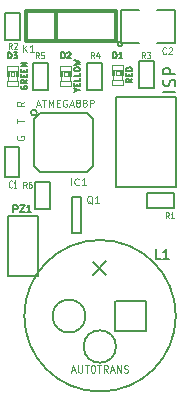
<source format=gto>
G04 (created by PCBNEW (2013-07-24 BZR 4024)-stable) date Sat 29 Nov 2014 11:35:43 AM NZDT*
%MOIN*%
G04 Gerber Fmt 3.4, Leading zero omitted, Abs format*
%FSLAX34Y34*%
G01*
G70*
G90*
G04 APERTURE LIST*
%ADD10C,0.00590551*%
%ADD11C,0.005*%
%ADD12C,0.00787402*%
%ADD13C,0.008*%
%ADD14C,0.0026*%
%ADD15C,0.004*%
%ADD16C,0.012*%
%ADD17C,0.006*%
%ADD18C,0.00393701*%
%ADD19C,0.0043*%
%ADD20C,0.0039*%
%ADD21C,0.0045*%
G04 APERTURE END LIST*
G54D10*
X26531Y-26047D02*
X26964Y-26480D01*
X26531Y-26480D02*
X26976Y-26035D01*
X26280Y-27858D02*
G75*
G03X26280Y-27858I-548J0D01*
G74*
G01*
X27298Y-28874D02*
G75*
G03X27298Y-28874I-539J0D01*
G74*
G01*
X27271Y-28358D02*
X27271Y-27362D01*
X28295Y-28358D02*
X27271Y-28358D01*
X28295Y-27354D02*
X28295Y-28358D01*
X27287Y-27354D02*
X28295Y-27354D01*
X29292Y-27850D02*
G75*
G03X29292Y-27850I-2525J0D01*
G74*
G01*
X27515Y-18795D02*
G75*
G03X27515Y-18795I-78J0D01*
G74*
G01*
G54D11*
X28081Y-17654D02*
X27481Y-17654D01*
X27481Y-17654D02*
X27481Y-18754D01*
X27481Y-18754D02*
X28081Y-18754D01*
X28681Y-18754D02*
X29281Y-18754D01*
X29281Y-18754D02*
X29281Y-17654D01*
X29281Y-17654D02*
X28681Y-17654D01*
G54D12*
X24661Y-21078D02*
G75*
G03X24661Y-21078I-98J0D01*
G74*
G01*
X24759Y-21078D02*
X26334Y-21078D01*
X26334Y-21078D02*
X26531Y-21275D01*
X26531Y-21275D02*
X26531Y-22850D01*
X26531Y-22850D02*
X26334Y-23047D01*
X26334Y-23047D02*
X24759Y-23047D01*
X24759Y-23047D02*
X24562Y-22850D01*
X24562Y-22850D02*
X24562Y-21275D01*
X24562Y-21275D02*
X24759Y-21078D01*
G54D13*
X29303Y-20562D02*
X29303Y-23562D01*
X27303Y-23562D02*
X27303Y-20562D01*
X27303Y-20562D02*
X29303Y-20562D01*
X29303Y-23562D02*
X27303Y-23562D01*
G54D11*
X24074Y-23228D02*
X24074Y-22224D01*
X23602Y-22204D02*
X23602Y-23228D01*
X23602Y-23228D02*
X24074Y-23228D01*
X23606Y-22215D02*
X24066Y-22215D01*
X24588Y-24284D02*
X24588Y-23384D01*
X24588Y-23384D02*
X25088Y-23384D01*
X25088Y-23384D02*
X25088Y-24284D01*
X25088Y-24284D02*
X24588Y-24284D01*
X28345Y-23761D02*
X29245Y-23761D01*
X29245Y-23761D02*
X29245Y-24261D01*
X29245Y-24261D02*
X28345Y-24261D01*
X28345Y-24261D02*
X28345Y-23761D01*
X25049Y-19408D02*
X25049Y-20308D01*
X25049Y-20308D02*
X24549Y-20308D01*
X24549Y-20308D02*
X24549Y-19408D01*
X24549Y-19408D02*
X25049Y-19408D01*
X26820Y-19408D02*
X26820Y-20308D01*
X26820Y-20308D02*
X26320Y-20308D01*
X26320Y-20308D02*
X26320Y-19408D01*
X26320Y-19408D02*
X26820Y-19408D01*
X28553Y-19368D02*
X28553Y-20268D01*
X28553Y-20268D02*
X28053Y-20268D01*
X28053Y-20268D02*
X28053Y-19368D01*
X28053Y-19368D02*
X28553Y-19368D01*
X25830Y-25103D02*
X25830Y-23903D01*
X25830Y-23903D02*
X26130Y-23903D01*
X26130Y-23903D02*
X26130Y-25103D01*
X26130Y-25103D02*
X25830Y-25103D01*
G54D14*
X27181Y-19641D02*
X27535Y-19641D01*
X27535Y-19641D02*
X27535Y-19484D01*
X27181Y-19484D02*
X27535Y-19484D01*
X27181Y-19641D02*
X27181Y-19484D01*
X27181Y-20152D02*
X27535Y-20152D01*
X27535Y-20152D02*
X27535Y-19995D01*
X27181Y-19995D02*
X27535Y-19995D01*
X27181Y-20152D02*
X27181Y-19995D01*
X27181Y-19818D02*
X27240Y-19818D01*
X27240Y-19818D02*
X27240Y-19700D01*
X27181Y-19700D02*
X27240Y-19700D01*
X27181Y-19818D02*
X27181Y-19700D01*
X27476Y-19818D02*
X27535Y-19818D01*
X27535Y-19818D02*
X27535Y-19700D01*
X27476Y-19700D02*
X27535Y-19700D01*
X27476Y-19818D02*
X27476Y-19700D01*
X27299Y-19818D02*
X27417Y-19818D01*
X27417Y-19818D02*
X27417Y-19700D01*
X27299Y-19700D02*
X27417Y-19700D01*
X27299Y-19818D02*
X27299Y-19700D01*
G54D15*
X27201Y-19641D02*
X27201Y-19995D01*
X27515Y-19641D02*
X27515Y-19995D01*
G54D14*
X25448Y-19681D02*
X25802Y-19681D01*
X25802Y-19681D02*
X25802Y-19524D01*
X25448Y-19524D02*
X25802Y-19524D01*
X25448Y-19681D02*
X25448Y-19524D01*
X25448Y-20192D02*
X25802Y-20192D01*
X25802Y-20192D02*
X25802Y-20035D01*
X25448Y-20035D02*
X25802Y-20035D01*
X25448Y-20192D02*
X25448Y-20035D01*
X25448Y-19858D02*
X25507Y-19858D01*
X25507Y-19858D02*
X25507Y-19740D01*
X25448Y-19740D02*
X25507Y-19740D01*
X25448Y-19858D02*
X25448Y-19740D01*
X25743Y-19858D02*
X25802Y-19858D01*
X25802Y-19858D02*
X25802Y-19740D01*
X25743Y-19740D02*
X25802Y-19740D01*
X25743Y-19858D02*
X25743Y-19740D01*
X25566Y-19858D02*
X25684Y-19858D01*
X25684Y-19858D02*
X25684Y-19740D01*
X25566Y-19740D02*
X25684Y-19740D01*
X25566Y-19858D02*
X25566Y-19740D01*
G54D15*
X25468Y-19681D02*
X25468Y-20035D01*
X25782Y-19681D02*
X25782Y-20035D01*
G54D14*
X23677Y-19681D02*
X24031Y-19681D01*
X24031Y-19681D02*
X24031Y-19524D01*
X23677Y-19524D02*
X24031Y-19524D01*
X23677Y-19681D02*
X23677Y-19524D01*
X23677Y-20192D02*
X24031Y-20192D01*
X24031Y-20192D02*
X24031Y-20035D01*
X23677Y-20035D02*
X24031Y-20035D01*
X23677Y-20192D02*
X23677Y-20035D01*
X23677Y-19858D02*
X23736Y-19858D01*
X23736Y-19858D02*
X23736Y-19740D01*
X23677Y-19740D02*
X23736Y-19740D01*
X23677Y-19858D02*
X23677Y-19740D01*
X23972Y-19858D02*
X24031Y-19858D01*
X24031Y-19858D02*
X24031Y-19740D01*
X23972Y-19740D02*
X24031Y-19740D01*
X23972Y-19858D02*
X23972Y-19740D01*
X23795Y-19858D02*
X23913Y-19858D01*
X23913Y-19858D02*
X23913Y-19740D01*
X23795Y-19740D02*
X23913Y-19740D01*
X23795Y-19858D02*
X23795Y-19740D01*
G54D15*
X23697Y-19681D02*
X23697Y-20035D01*
X24011Y-19681D02*
X24011Y-20035D01*
G54D11*
X23604Y-18654D02*
X23604Y-17754D01*
X23604Y-17754D02*
X24104Y-17754D01*
X24104Y-17754D02*
X24104Y-18654D01*
X24104Y-18654D02*
X23604Y-18654D01*
G54D16*
X24283Y-18704D02*
X24283Y-17704D01*
X24283Y-17704D02*
X27283Y-17704D01*
X27283Y-17704D02*
X27283Y-18704D01*
X27283Y-18704D02*
X24283Y-18704D01*
X25283Y-17704D02*
X25283Y-18704D01*
G54D17*
X24708Y-26527D02*
X23708Y-26527D01*
X23708Y-26527D02*
X23708Y-24527D01*
X23708Y-24527D02*
X24708Y-24527D01*
X24708Y-24527D02*
X24708Y-26527D01*
G54D18*
X24004Y-21864D02*
X23993Y-21886D01*
X23993Y-21920D01*
X24004Y-21954D01*
X24026Y-21976D01*
X24049Y-21988D01*
X24094Y-21999D01*
X24128Y-21999D01*
X24173Y-21988D01*
X24195Y-21976D01*
X24218Y-21954D01*
X24229Y-21920D01*
X24229Y-21898D01*
X24218Y-21864D01*
X24206Y-21853D01*
X24128Y-21853D01*
X24128Y-21898D01*
X23993Y-21425D02*
X23993Y-21290D01*
X24229Y-21358D02*
X23993Y-21358D01*
X24229Y-20717D02*
X24116Y-20795D01*
X24229Y-20852D02*
X23993Y-20852D01*
X23993Y-20762D01*
X24004Y-20739D01*
X24015Y-20728D01*
X24038Y-20717D01*
X24071Y-20717D01*
X24094Y-20728D01*
X24105Y-20739D01*
X24116Y-20762D01*
X24116Y-20852D01*
G54D10*
X28786Y-25954D02*
X28636Y-25954D01*
X28636Y-25639D01*
X29056Y-25954D02*
X28876Y-25954D01*
X28966Y-25954D02*
X28966Y-25639D01*
X28936Y-25684D01*
X28906Y-25714D01*
X28876Y-25729D01*
G54D18*
X25824Y-29673D02*
X25937Y-29673D01*
X25802Y-29741D02*
X25880Y-29505D01*
X25959Y-29741D01*
X26038Y-29505D02*
X26038Y-29696D01*
X26049Y-29718D01*
X26060Y-29730D01*
X26083Y-29741D01*
X26128Y-29741D01*
X26150Y-29730D01*
X26161Y-29718D01*
X26173Y-29696D01*
X26173Y-29505D01*
X26251Y-29505D02*
X26386Y-29505D01*
X26319Y-29741D02*
X26319Y-29505D01*
X26510Y-29505D02*
X26555Y-29505D01*
X26578Y-29516D01*
X26600Y-29538D01*
X26611Y-29583D01*
X26611Y-29662D01*
X26600Y-29707D01*
X26578Y-29730D01*
X26555Y-29741D01*
X26510Y-29741D01*
X26488Y-29730D01*
X26465Y-29707D01*
X26454Y-29662D01*
X26454Y-29583D01*
X26465Y-29538D01*
X26488Y-29516D01*
X26510Y-29505D01*
X26679Y-29505D02*
X26814Y-29505D01*
X26746Y-29741D02*
X26746Y-29505D01*
X27028Y-29741D02*
X26949Y-29628D01*
X26893Y-29741D02*
X26893Y-29505D01*
X26983Y-29505D01*
X27005Y-29516D01*
X27016Y-29527D01*
X27028Y-29550D01*
X27028Y-29583D01*
X27016Y-29606D01*
X27005Y-29617D01*
X26983Y-29628D01*
X26893Y-29628D01*
X27118Y-29673D02*
X27230Y-29673D01*
X27095Y-29741D02*
X27174Y-29505D01*
X27253Y-29741D01*
X27331Y-29741D02*
X27331Y-29505D01*
X27466Y-29741D01*
X27466Y-29505D01*
X27568Y-29730D02*
X27601Y-29741D01*
X27658Y-29741D01*
X27680Y-29730D01*
X27691Y-29718D01*
X27703Y-29696D01*
X27703Y-29673D01*
X27691Y-29651D01*
X27680Y-29640D01*
X27658Y-29628D01*
X27613Y-29617D01*
X27590Y-29606D01*
X27579Y-29595D01*
X27568Y-29572D01*
X27568Y-29550D01*
X27579Y-29527D01*
X27590Y-29516D01*
X27613Y-29505D01*
X27669Y-29505D01*
X27703Y-29516D01*
G54D19*
X28975Y-19098D02*
X28965Y-19108D01*
X28934Y-19119D01*
X28913Y-19119D01*
X28882Y-19108D01*
X28861Y-19088D01*
X28851Y-19067D01*
X28841Y-19026D01*
X28841Y-18995D01*
X28851Y-18953D01*
X28861Y-18933D01*
X28882Y-18912D01*
X28913Y-18902D01*
X28934Y-18902D01*
X28965Y-18912D01*
X28975Y-18922D01*
X29058Y-18922D02*
X29068Y-18912D01*
X29089Y-18902D01*
X29140Y-18902D01*
X29161Y-18912D01*
X29171Y-18922D01*
X29182Y-18943D01*
X29182Y-18964D01*
X29171Y-18995D01*
X29047Y-19119D01*
X29182Y-19119D01*
G54D18*
X25812Y-23501D02*
X25812Y-23264D01*
X26060Y-23478D02*
X26048Y-23489D01*
X26015Y-23501D01*
X25992Y-23501D01*
X25958Y-23489D01*
X25936Y-23467D01*
X25925Y-23444D01*
X25913Y-23399D01*
X25913Y-23366D01*
X25925Y-23321D01*
X25936Y-23298D01*
X25958Y-23276D01*
X25992Y-23264D01*
X26015Y-23264D01*
X26048Y-23276D01*
X26060Y-23287D01*
X26285Y-23501D02*
X26150Y-23501D01*
X26217Y-23501D02*
X26217Y-23264D01*
X26195Y-23298D01*
X26172Y-23321D01*
X26150Y-23332D01*
X24659Y-20815D02*
X24772Y-20815D01*
X24637Y-20883D02*
X24715Y-20646D01*
X24794Y-20883D01*
X24839Y-20646D02*
X24974Y-20646D01*
X24907Y-20883D02*
X24907Y-20646D01*
X25053Y-20883D02*
X25053Y-20646D01*
X25132Y-20815D01*
X25210Y-20646D01*
X25210Y-20883D01*
X25323Y-20759D02*
X25402Y-20759D01*
X25435Y-20883D02*
X25323Y-20883D01*
X25323Y-20646D01*
X25435Y-20646D01*
X25660Y-20658D02*
X25638Y-20646D01*
X25604Y-20646D01*
X25570Y-20658D01*
X25548Y-20680D01*
X25537Y-20703D01*
X25525Y-20748D01*
X25525Y-20781D01*
X25537Y-20826D01*
X25548Y-20849D01*
X25570Y-20871D01*
X25604Y-20883D01*
X25627Y-20883D01*
X25660Y-20871D01*
X25672Y-20860D01*
X25672Y-20781D01*
X25627Y-20781D01*
X25762Y-20815D02*
X25874Y-20815D01*
X25739Y-20883D02*
X25818Y-20646D01*
X25897Y-20883D01*
X26009Y-20748D02*
X25987Y-20736D01*
X25975Y-20725D01*
X25964Y-20703D01*
X25964Y-20691D01*
X25975Y-20669D01*
X25987Y-20658D01*
X26009Y-20646D01*
X26054Y-20646D01*
X26077Y-20658D01*
X26088Y-20669D01*
X26099Y-20691D01*
X26099Y-20703D01*
X26088Y-20725D01*
X26077Y-20736D01*
X26054Y-20748D01*
X26009Y-20748D01*
X25987Y-20759D01*
X25975Y-20770D01*
X25964Y-20793D01*
X25964Y-20838D01*
X25975Y-20860D01*
X25987Y-20871D01*
X26009Y-20883D01*
X26054Y-20883D01*
X26077Y-20871D01*
X26088Y-20860D01*
X26099Y-20838D01*
X26099Y-20793D01*
X26088Y-20770D01*
X26077Y-20759D01*
X26054Y-20748D01*
X26234Y-20748D02*
X26212Y-20736D01*
X26200Y-20725D01*
X26189Y-20703D01*
X26189Y-20691D01*
X26200Y-20669D01*
X26212Y-20658D01*
X26234Y-20646D01*
X26279Y-20646D01*
X26302Y-20658D01*
X26313Y-20669D01*
X26324Y-20691D01*
X26324Y-20703D01*
X26313Y-20725D01*
X26302Y-20736D01*
X26279Y-20748D01*
X26234Y-20748D01*
X26212Y-20759D01*
X26200Y-20770D01*
X26189Y-20793D01*
X26189Y-20838D01*
X26200Y-20860D01*
X26212Y-20871D01*
X26234Y-20883D01*
X26279Y-20883D01*
X26302Y-20871D01*
X26313Y-20860D01*
X26324Y-20838D01*
X26324Y-20793D01*
X26313Y-20770D01*
X26302Y-20759D01*
X26279Y-20748D01*
X26425Y-20883D02*
X26425Y-20646D01*
X26515Y-20646D01*
X26538Y-20658D01*
X26549Y-20669D01*
X26560Y-20691D01*
X26560Y-20725D01*
X26549Y-20748D01*
X26538Y-20759D01*
X26515Y-20770D01*
X26425Y-20770D01*
G54D13*
X29280Y-20378D02*
X28880Y-20378D01*
X29260Y-20207D02*
X29280Y-20150D01*
X29280Y-20054D01*
X29260Y-20016D01*
X29241Y-19997D01*
X29203Y-19978D01*
X29165Y-19978D01*
X29127Y-19997D01*
X29108Y-20016D01*
X29089Y-20054D01*
X29070Y-20131D01*
X29051Y-20169D01*
X29032Y-20188D01*
X28994Y-20207D01*
X28956Y-20207D01*
X28918Y-20188D01*
X28899Y-20169D01*
X28880Y-20131D01*
X28880Y-20035D01*
X28899Y-19978D01*
X29280Y-19807D02*
X28880Y-19807D01*
X28880Y-19654D01*
X28899Y-19616D01*
X28918Y-19597D01*
X28956Y-19578D01*
X29013Y-19578D01*
X29051Y-19597D01*
X29070Y-19616D01*
X29089Y-19654D01*
X29089Y-19807D01*
G54D20*
X23832Y-23558D02*
X23824Y-23570D01*
X23802Y-23581D01*
X23787Y-23581D01*
X23764Y-23570D01*
X23749Y-23547D01*
X23742Y-23524D01*
X23734Y-23478D01*
X23734Y-23444D01*
X23742Y-23398D01*
X23749Y-23375D01*
X23764Y-23352D01*
X23787Y-23340D01*
X23802Y-23340D01*
X23824Y-23352D01*
X23832Y-23363D01*
X23981Y-23581D02*
X23891Y-23581D01*
X23936Y-23581D02*
X23936Y-23340D01*
X23921Y-23375D01*
X23906Y-23398D01*
X23891Y-23409D01*
G54D21*
X24316Y-23584D02*
X24256Y-23489D01*
X24213Y-23584D02*
X24213Y-23384D01*
X24282Y-23384D01*
X24299Y-23394D01*
X24307Y-23403D01*
X24316Y-23422D01*
X24316Y-23451D01*
X24307Y-23470D01*
X24299Y-23480D01*
X24282Y-23489D01*
X24213Y-23489D01*
X24470Y-23384D02*
X24436Y-23384D01*
X24419Y-23394D01*
X24410Y-23403D01*
X24393Y-23432D01*
X24385Y-23470D01*
X24385Y-23546D01*
X24393Y-23565D01*
X24402Y-23575D01*
X24419Y-23584D01*
X24453Y-23584D01*
X24470Y-23575D01*
X24479Y-23565D01*
X24487Y-23546D01*
X24487Y-23499D01*
X24479Y-23480D01*
X24470Y-23470D01*
X24453Y-23461D01*
X24419Y-23461D01*
X24402Y-23470D01*
X24393Y-23480D01*
X24385Y-23499D01*
X29060Y-24604D02*
X29000Y-24509D01*
X28957Y-24604D02*
X28957Y-24404D01*
X29026Y-24404D01*
X29043Y-24414D01*
X29051Y-24423D01*
X29060Y-24442D01*
X29060Y-24471D01*
X29051Y-24490D01*
X29043Y-24499D01*
X29026Y-24509D01*
X28957Y-24509D01*
X29231Y-24604D02*
X29129Y-24604D01*
X29180Y-24604D02*
X29180Y-24404D01*
X29163Y-24433D01*
X29146Y-24452D01*
X29129Y-24461D01*
X24729Y-19269D02*
X24669Y-19174D01*
X24626Y-19269D02*
X24626Y-19069D01*
X24695Y-19069D01*
X24712Y-19079D01*
X24721Y-19088D01*
X24729Y-19108D01*
X24729Y-19136D01*
X24721Y-19155D01*
X24712Y-19165D01*
X24695Y-19174D01*
X24626Y-19174D01*
X24892Y-19069D02*
X24806Y-19069D01*
X24798Y-19165D01*
X24806Y-19155D01*
X24824Y-19146D01*
X24866Y-19146D01*
X24884Y-19155D01*
X24892Y-19165D01*
X24901Y-19184D01*
X24901Y-19231D01*
X24892Y-19250D01*
X24884Y-19260D01*
X24866Y-19269D01*
X24824Y-19269D01*
X24806Y-19260D01*
X24798Y-19250D01*
X26580Y-19269D02*
X26520Y-19174D01*
X26477Y-19269D02*
X26477Y-19069D01*
X26545Y-19069D01*
X26563Y-19079D01*
X26571Y-19088D01*
X26580Y-19108D01*
X26580Y-19136D01*
X26571Y-19155D01*
X26563Y-19165D01*
X26545Y-19174D01*
X26477Y-19174D01*
X26734Y-19136D02*
X26734Y-19269D01*
X26691Y-19060D02*
X26648Y-19203D01*
X26760Y-19203D01*
X28273Y-19269D02*
X28213Y-19174D01*
X28170Y-19269D02*
X28170Y-19069D01*
X28238Y-19069D01*
X28256Y-19079D01*
X28264Y-19088D01*
X28273Y-19108D01*
X28273Y-19136D01*
X28264Y-19155D01*
X28256Y-19165D01*
X28238Y-19174D01*
X28170Y-19174D01*
X28333Y-19069D02*
X28444Y-19069D01*
X28384Y-19146D01*
X28410Y-19146D01*
X28427Y-19155D01*
X28436Y-19165D01*
X28444Y-19184D01*
X28444Y-19231D01*
X28436Y-19250D01*
X28427Y-19260D01*
X28410Y-19269D01*
X28358Y-19269D01*
X28341Y-19260D01*
X28333Y-19250D01*
G54D18*
X26512Y-24118D02*
X26490Y-24106D01*
X26467Y-24084D01*
X26434Y-24050D01*
X26411Y-24039D01*
X26389Y-24039D01*
X26400Y-24095D02*
X26377Y-24084D01*
X26355Y-24061D01*
X26344Y-24016D01*
X26344Y-23938D01*
X26355Y-23893D01*
X26377Y-23870D01*
X26400Y-23859D01*
X26445Y-23859D01*
X26467Y-23870D01*
X26490Y-23893D01*
X26501Y-23938D01*
X26501Y-24016D01*
X26490Y-24061D01*
X26467Y-24084D01*
X26445Y-24095D01*
X26400Y-24095D01*
X26726Y-24095D02*
X26591Y-24095D01*
X26659Y-24095D02*
X26659Y-23859D01*
X26636Y-23893D01*
X26614Y-23915D01*
X26591Y-23926D01*
G54D11*
X27210Y-19269D02*
X27210Y-19069D01*
X27258Y-19069D01*
X27286Y-19079D01*
X27305Y-19098D01*
X27315Y-19117D01*
X27324Y-19155D01*
X27324Y-19184D01*
X27315Y-19222D01*
X27305Y-19241D01*
X27286Y-19260D01*
X27258Y-19269D01*
X27210Y-19269D01*
X27515Y-19269D02*
X27401Y-19269D01*
X27458Y-19269D02*
X27458Y-19069D01*
X27439Y-19098D01*
X27420Y-19117D01*
X27401Y-19127D01*
X27839Y-19947D02*
X27743Y-20014D01*
X27839Y-20061D02*
X27639Y-20061D01*
X27639Y-19985D01*
X27648Y-19966D01*
X27658Y-19956D01*
X27677Y-19947D01*
X27705Y-19947D01*
X27724Y-19956D01*
X27734Y-19966D01*
X27743Y-19985D01*
X27743Y-20061D01*
X27734Y-19861D02*
X27734Y-19795D01*
X27839Y-19766D02*
X27839Y-19861D01*
X27639Y-19861D01*
X27639Y-19766D01*
X27839Y-19680D02*
X27639Y-19680D01*
X27639Y-19633D01*
X27648Y-19604D01*
X27667Y-19585D01*
X27686Y-19576D01*
X27724Y-19566D01*
X27753Y-19566D01*
X27791Y-19576D01*
X27810Y-19585D01*
X27829Y-19604D01*
X27839Y-19633D01*
X27839Y-19680D01*
X25478Y-19269D02*
X25478Y-19069D01*
X25525Y-19069D01*
X25554Y-19079D01*
X25573Y-19098D01*
X25583Y-19117D01*
X25592Y-19155D01*
X25592Y-19184D01*
X25583Y-19222D01*
X25573Y-19241D01*
X25554Y-19260D01*
X25525Y-19269D01*
X25478Y-19269D01*
X25668Y-19088D02*
X25678Y-19079D01*
X25697Y-19069D01*
X25745Y-19069D01*
X25764Y-19079D01*
X25773Y-19088D01*
X25783Y-19108D01*
X25783Y-19127D01*
X25773Y-19155D01*
X25659Y-19269D01*
X25783Y-19269D01*
X26011Y-20329D02*
X26106Y-20329D01*
X25906Y-20396D02*
X26011Y-20329D01*
X25906Y-20263D01*
X26002Y-20196D02*
X26002Y-20129D01*
X26106Y-20101D02*
X26106Y-20196D01*
X25906Y-20196D01*
X25906Y-20101D01*
X26106Y-19920D02*
X26106Y-20015D01*
X25906Y-20015D01*
X26106Y-19758D02*
X26106Y-19853D01*
X25906Y-19853D01*
X25906Y-19653D02*
X25906Y-19615D01*
X25916Y-19596D01*
X25935Y-19577D01*
X25973Y-19567D01*
X26040Y-19567D01*
X26078Y-19577D01*
X26097Y-19596D01*
X26106Y-19615D01*
X26106Y-19653D01*
X26097Y-19672D01*
X26078Y-19691D01*
X26040Y-19701D01*
X25973Y-19701D01*
X25935Y-19691D01*
X25916Y-19672D01*
X25906Y-19653D01*
X25906Y-19501D02*
X26106Y-19453D01*
X25964Y-19415D01*
X26106Y-19377D01*
X25906Y-19329D01*
X23706Y-19269D02*
X23706Y-19069D01*
X23754Y-19069D01*
X23782Y-19079D01*
X23801Y-19098D01*
X23811Y-19117D01*
X23820Y-19155D01*
X23820Y-19184D01*
X23811Y-19222D01*
X23801Y-19241D01*
X23782Y-19260D01*
X23754Y-19269D01*
X23706Y-19269D01*
X23887Y-19069D02*
X24011Y-19069D01*
X23944Y-19146D01*
X23973Y-19146D01*
X23992Y-19155D01*
X24001Y-19165D01*
X24011Y-19184D01*
X24011Y-19231D01*
X24001Y-19250D01*
X23992Y-19260D01*
X23973Y-19269D01*
X23916Y-19269D01*
X23897Y-19260D01*
X23887Y-19250D01*
X24144Y-20191D02*
X24135Y-20210D01*
X24135Y-20239D01*
X24144Y-20267D01*
X24163Y-20286D01*
X24182Y-20296D01*
X24220Y-20305D01*
X24249Y-20305D01*
X24287Y-20296D01*
X24306Y-20286D01*
X24325Y-20267D01*
X24335Y-20239D01*
X24335Y-20220D01*
X24325Y-20191D01*
X24316Y-20182D01*
X24249Y-20182D01*
X24249Y-20220D01*
X24335Y-19982D02*
X24240Y-20048D01*
X24335Y-20096D02*
X24135Y-20096D01*
X24135Y-20020D01*
X24144Y-20001D01*
X24154Y-19991D01*
X24173Y-19982D01*
X24201Y-19982D01*
X24220Y-19991D01*
X24230Y-20001D01*
X24240Y-20020D01*
X24240Y-20096D01*
X24230Y-19896D02*
X24230Y-19829D01*
X24335Y-19801D02*
X24335Y-19896D01*
X24135Y-19896D01*
X24135Y-19801D01*
X24230Y-19715D02*
X24230Y-19648D01*
X24335Y-19620D02*
X24335Y-19715D01*
X24135Y-19715D01*
X24135Y-19620D01*
X24335Y-19534D02*
X24135Y-19534D01*
X24335Y-19420D01*
X24135Y-19420D01*
G54D21*
X23824Y-18954D02*
X23764Y-18859D01*
X23721Y-18954D02*
X23721Y-18754D01*
X23790Y-18754D01*
X23807Y-18764D01*
X23815Y-18774D01*
X23824Y-18793D01*
X23824Y-18821D01*
X23815Y-18840D01*
X23807Y-18850D01*
X23790Y-18859D01*
X23721Y-18859D01*
X23892Y-18774D02*
X23901Y-18764D01*
X23918Y-18754D01*
X23961Y-18754D01*
X23978Y-18764D01*
X23987Y-18774D01*
X23995Y-18793D01*
X23995Y-18812D01*
X23987Y-18840D01*
X23884Y-18954D01*
X23995Y-18954D01*
G54D18*
X24191Y-19048D02*
X24191Y-18812D01*
X24326Y-19048D02*
X24225Y-18913D01*
X24326Y-18812D02*
X24191Y-18947D01*
X24551Y-19048D02*
X24416Y-19048D01*
X24484Y-19048D02*
X24484Y-18812D01*
X24461Y-18845D01*
X24439Y-18868D01*
X24416Y-18879D01*
G54D10*
X23882Y-24406D02*
X23882Y-24170D01*
X23972Y-24170D01*
X23994Y-24181D01*
X24006Y-24192D01*
X24017Y-24215D01*
X24017Y-24249D01*
X24006Y-24271D01*
X23994Y-24282D01*
X23972Y-24294D01*
X23882Y-24294D01*
X24096Y-24170D02*
X24253Y-24170D01*
X24096Y-24406D01*
X24253Y-24406D01*
X24467Y-24406D02*
X24332Y-24406D01*
X24399Y-24406D02*
X24399Y-24170D01*
X24377Y-24204D01*
X24354Y-24226D01*
X24332Y-24237D01*
M02*

</source>
